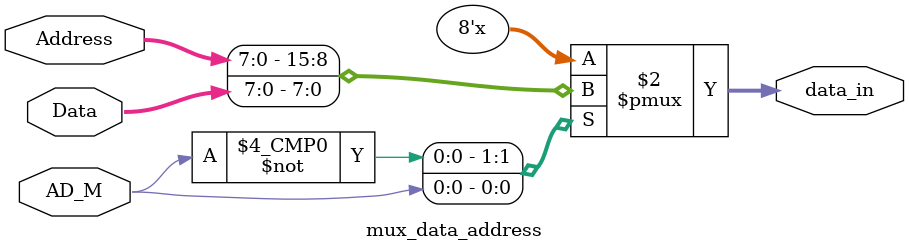
<source format=v>
`timescale 1ns / 1ps
module mux_data_address(
	input wire [7:0] Data, Address,
	input wire AD_M,
	output reg [7:0] data_in
    );

always @*
	case (AD_M)
		1'b0: data_in = Address;
		1'b1: data_in = Data;
	endcase
	
endmodule

</source>
